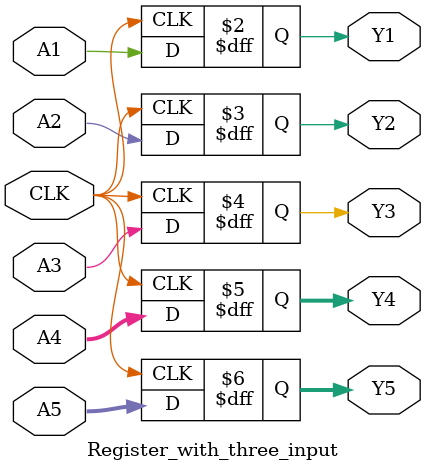
<source format=v>
`timescale 1ns / 1ps


module Register_with_three_input(
    input A1,
    input A2,
    input A3,
    input [4:0]A4,
    input [31:0]A5,
    input CLK,
    output reg Y1,
    output reg Y2,
    output reg Y3,
    output reg [4:0]Y4,
    output reg [31:0]Y5
    );
    always@(posedge CLK)
      begin
         Y1=A1;
         Y2=A2;
         Y3=A3;
         Y4=A4;
         Y5=A5;
      end
endmodule

</source>
